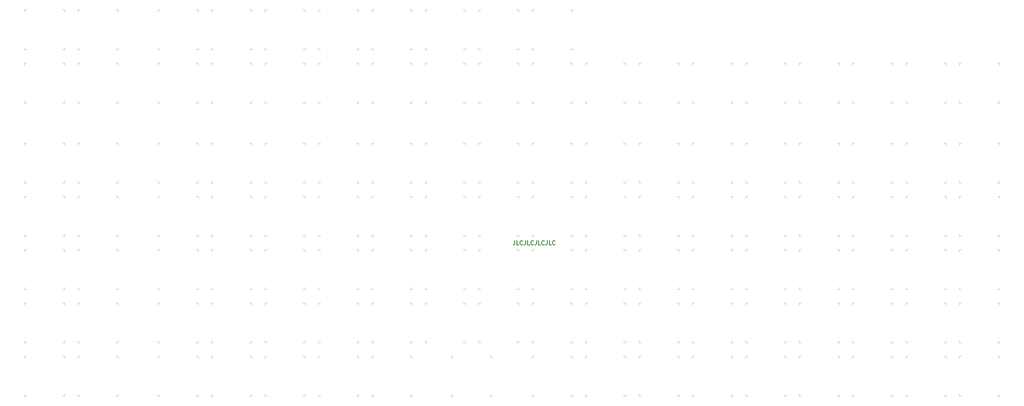
<source format=gbr>
%TF.GenerationSoftware,KiCad,Pcbnew,(6.0.0)*%
%TF.CreationDate,2022-04-29T20:19:50-04:00*%
%TF.ProjectId,TwoTailed,54776f54-6169-46c6-9564-2e6b69636164,rev?*%
%TF.SameCoordinates,Original*%
%TF.FileFunction,Legend,Top*%
%TF.FilePolarity,Positive*%
%FSLAX46Y46*%
G04 Gerber Fmt 4.6, Leading zero omitted, Abs format (unit mm)*
G04 Created by KiCad (PCBNEW (6.0.0)) date 2022-04-29 20:19:50*
%MOMM*%
%LPD*%
G01*
G04 APERTURE LIST*
%ADD10C,0.300000*%
%ADD11C,0.120000*%
G04 APERTURE END LIST*
D10*
X211352678Y-151578571D02*
X211352678Y-152650000D01*
X211281250Y-152864285D01*
X211138392Y-153007142D01*
X210924107Y-153078571D01*
X210781250Y-153078571D01*
X212781250Y-153078571D02*
X212066964Y-153078571D01*
X212066964Y-151578571D01*
X214138392Y-152935714D02*
X214066964Y-153007142D01*
X213852678Y-153078571D01*
X213709821Y-153078571D01*
X213495535Y-153007142D01*
X213352678Y-152864285D01*
X213281250Y-152721428D01*
X213209821Y-152435714D01*
X213209821Y-152221428D01*
X213281250Y-151935714D01*
X213352678Y-151792857D01*
X213495535Y-151650000D01*
X213709821Y-151578571D01*
X213852678Y-151578571D01*
X214066964Y-151650000D01*
X214138392Y-151721428D01*
X215209821Y-151578571D02*
X215209821Y-152650000D01*
X215138392Y-152864285D01*
X214995535Y-153007142D01*
X214781250Y-153078571D01*
X214638392Y-153078571D01*
X216638392Y-153078571D02*
X215924107Y-153078571D01*
X215924107Y-151578571D01*
X217995535Y-152935714D02*
X217924107Y-153007142D01*
X217709821Y-153078571D01*
X217566964Y-153078571D01*
X217352678Y-153007142D01*
X217209821Y-152864285D01*
X217138392Y-152721428D01*
X217066964Y-152435714D01*
X217066964Y-152221428D01*
X217138392Y-151935714D01*
X217209821Y-151792857D01*
X217352678Y-151650000D01*
X217566964Y-151578571D01*
X217709821Y-151578571D01*
X217924107Y-151650000D01*
X217995535Y-151721428D01*
X219066964Y-151578571D02*
X219066964Y-152650000D01*
X218995535Y-152864285D01*
X218852678Y-153007142D01*
X218638392Y-153078571D01*
X218495535Y-153078571D01*
X220495535Y-153078571D02*
X219781250Y-153078571D01*
X219781250Y-151578571D01*
X221852678Y-152935714D02*
X221781250Y-153007142D01*
X221566964Y-153078571D01*
X221424107Y-153078571D01*
X221209821Y-153007142D01*
X221066964Y-152864285D01*
X220995535Y-152721428D01*
X220924107Y-152435714D01*
X220924107Y-152221428D01*
X220995535Y-151935714D01*
X221066964Y-151792857D01*
X221209821Y-151650000D01*
X221424107Y-151578571D01*
X221566964Y-151578571D01*
X221781250Y-151650000D01*
X221852678Y-151721428D01*
X222924107Y-151578571D02*
X222924107Y-152650000D01*
X222852678Y-152864285D01*
X222709821Y-153007142D01*
X222495535Y-153078571D01*
X222352678Y-153078571D01*
X224352678Y-153078571D02*
X223638392Y-153078571D01*
X223638392Y-151578571D01*
X225709821Y-152935714D02*
X225638392Y-153007142D01*
X225424107Y-153078571D01*
X225281250Y-153078571D01*
X225066964Y-153007142D01*
X224924107Y-152864285D01*
X224852678Y-152721428D01*
X224781250Y-152435714D01*
X224781250Y-152221428D01*
X224852678Y-151935714D01*
X224924107Y-151792857D01*
X225066964Y-151650000D01*
X225281250Y-151578571D01*
X225424107Y-151578571D01*
X225638392Y-151650000D01*
X225709821Y-151721428D01*
D11*
%TO.C,K22*%
X255587950Y-102393300D02*
X256381650Y-102393300D01*
X255587950Y-101599600D02*
X255587950Y-102393300D01*
X269874550Y-101599600D02*
X269874550Y-102393300D01*
X269874550Y-88106700D02*
X269874550Y-88900400D01*
X255587950Y-88900400D02*
X255587950Y-88106700D01*
X269080850Y-88106700D02*
X269874550Y-88106700D01*
X255587950Y-88106700D02*
X256381650Y-88106700D01*
X269874550Y-102393300D02*
X269080850Y-102393300D01*
%TO.C,K66*%
X55562950Y-169068300D02*
X56356650Y-169068300D01*
X69849550Y-169068300D02*
X69055850Y-169068300D01*
X55562950Y-154781700D02*
X56356650Y-154781700D01*
X69055850Y-154781700D02*
X69849550Y-154781700D01*
X69849550Y-168274600D02*
X69849550Y-169068300D01*
X55562950Y-168274600D02*
X55562950Y-169068300D01*
X69849550Y-154781700D02*
X69849550Y-155575400D01*
X55562950Y-155575400D02*
X55562950Y-154781700D01*
%TO.C,K116*%
X365124550Y-192881700D02*
X365124550Y-193675400D01*
X365124550Y-207168300D02*
X364330850Y-207168300D01*
X365124550Y-206374600D02*
X365124550Y-207168300D01*
X350837950Y-193675400D02*
X350837950Y-192881700D01*
X350837950Y-192881700D02*
X351631650Y-192881700D01*
X350837950Y-207168300D02*
X351631650Y-207168300D01*
X350837950Y-206374600D02*
X350837950Y-207168300D01*
X364330850Y-192881700D02*
X365124550Y-192881700D01*
%TO.C,K57*%
X250824550Y-150018300D02*
X250030850Y-150018300D01*
X250030850Y-135731700D02*
X250824550Y-135731700D01*
X236537950Y-135731700D02*
X237331650Y-135731700D01*
X236537950Y-149224600D02*
X236537950Y-150018300D01*
X236537950Y-136525400D02*
X236537950Y-135731700D01*
X250824550Y-135731700D02*
X250824550Y-136525400D01*
X236537950Y-150018300D02*
X237331650Y-150018300D01*
X250824550Y-149224600D02*
X250824550Y-150018300D01*
%TO.C,K87*%
X122237950Y-174625400D02*
X122237950Y-173831700D01*
X122237950Y-187324600D02*
X122237950Y-188118300D01*
X122237950Y-173831700D02*
X123031650Y-173831700D01*
X135730850Y-173831700D02*
X136524550Y-173831700D01*
X136524550Y-187324600D02*
X136524550Y-188118300D01*
X136524550Y-173831700D02*
X136524550Y-174625400D01*
X136524550Y-188118300D02*
X135730850Y-188118300D01*
X122237950Y-188118300D02*
X123031650Y-188118300D01*
%TO.C,K93*%
X250824550Y-187324600D02*
X250824550Y-188118300D01*
X250824550Y-188118300D02*
X250030850Y-188118300D01*
X236537950Y-173831700D02*
X237331650Y-173831700D01*
X236537950Y-187324600D02*
X236537950Y-188118300D01*
X250030850Y-173831700D02*
X250824550Y-173831700D01*
X236537950Y-188118300D02*
X237331650Y-188118300D01*
X250824550Y-173831700D02*
X250824550Y-174625400D01*
X236537950Y-174625400D02*
X236537950Y-173831700D01*
%TO.C,K10*%
X230980850Y-69056700D02*
X231774550Y-69056700D01*
X217487950Y-69850400D02*
X217487950Y-69056700D01*
X231774550Y-69056700D02*
X231774550Y-69850400D01*
X217487950Y-82549600D02*
X217487950Y-83343300D01*
X217487950Y-83343300D02*
X218281650Y-83343300D01*
X217487950Y-69056700D02*
X218281650Y-69056700D01*
X231774550Y-82549600D02*
X231774550Y-83343300D01*
X231774550Y-83343300D02*
X230980850Y-83343300D01*
%TO.C,K86*%
X103187950Y-188118300D02*
X103981650Y-188118300D01*
X103187950Y-173831700D02*
X103981650Y-173831700D01*
X116680850Y-173831700D02*
X117474550Y-173831700D01*
X117474550Y-173831700D02*
X117474550Y-174625400D01*
X103187950Y-174625400D02*
X103187950Y-173831700D01*
X103187950Y-187324600D02*
X103187950Y-188118300D01*
X117474550Y-188118300D02*
X116680850Y-188118300D01*
X117474550Y-187324600D02*
X117474550Y-188118300D01*
%TO.C,K13*%
X98329300Y-101599600D02*
X98329300Y-102393300D01*
X84042700Y-101599600D02*
X84042700Y-102393300D01*
X98329300Y-88106700D02*
X98329300Y-88900400D01*
X84042700Y-88900400D02*
X84042700Y-88106700D01*
X84042700Y-88106700D02*
X84836400Y-88106700D01*
X98329300Y-102393300D02*
X97535600Y-102393300D01*
X97535600Y-88106700D02*
X98329300Y-88106700D01*
X84042700Y-102393300D02*
X84836400Y-102393300D01*
%TO.C,K94*%
X255587950Y-187324600D02*
X255587950Y-188118300D01*
X255587950Y-188118300D02*
X256381650Y-188118300D01*
X269874550Y-173831700D02*
X269874550Y-174625400D01*
X269874550Y-188118300D02*
X269080850Y-188118300D01*
X255587950Y-173831700D02*
X256381650Y-173831700D01*
X255587950Y-174625400D02*
X255587950Y-173831700D01*
X269874550Y-187324600D02*
X269874550Y-188118300D01*
X269080850Y-173831700D02*
X269874550Y-173831700D01*
%TO.C,K110*%
X236537950Y-193675400D02*
X236537950Y-192881700D01*
X236537950Y-192881700D02*
X237331650Y-192881700D01*
X250824550Y-207168300D02*
X250030850Y-207168300D01*
X236537950Y-207168300D02*
X237331650Y-207168300D01*
X250824550Y-206374600D02*
X250824550Y-207168300D01*
X250824550Y-192881700D02*
X250824550Y-193675400D01*
X236537950Y-206374600D02*
X236537950Y-207168300D01*
X250030850Y-192881700D02*
X250824550Y-192881700D01*
%TO.C,K60*%
X307180850Y-135731700D02*
X307974550Y-135731700D01*
X293687950Y-149224600D02*
X293687950Y-150018300D01*
X307974550Y-150018300D02*
X307180850Y-150018300D01*
X293687950Y-150018300D02*
X294481650Y-150018300D01*
X307974550Y-135731700D02*
X307974550Y-136525400D01*
X293687950Y-136525400D02*
X293687950Y-135731700D01*
X307974550Y-149224600D02*
X307974550Y-150018300D01*
X293687950Y-135731700D02*
X294481650Y-135731700D01*
%TO.C,K65*%
X50799550Y-169068300D02*
X50005850Y-169068300D01*
X36512950Y-155575400D02*
X36512950Y-154781700D01*
X50005850Y-154781700D02*
X50799550Y-154781700D01*
X50799550Y-154781700D02*
X50799550Y-155575400D01*
X36512950Y-169068300D02*
X37306650Y-169068300D01*
X36512950Y-154781700D02*
X37306650Y-154781700D01*
X36512950Y-168274600D02*
X36512950Y-169068300D01*
X50799550Y-168274600D02*
X50799550Y-169068300D01*
%TO.C,K101*%
X50799550Y-206374600D02*
X50799550Y-207168300D01*
X50799550Y-207168300D02*
X50005850Y-207168300D01*
X50005850Y-192881700D02*
X50799550Y-192881700D01*
X50799550Y-192881700D02*
X50799550Y-193675400D01*
X36512950Y-206374600D02*
X36512950Y-207168300D01*
X36512950Y-193675400D02*
X36512950Y-192881700D01*
X36512950Y-207168300D02*
X37306650Y-207168300D01*
X36512950Y-192881700D02*
X37306650Y-192881700D01*
%TO.C,K100*%
X369887950Y-187324600D02*
X369887950Y-188118300D01*
X369887950Y-173831700D02*
X370681650Y-173831700D01*
X384174550Y-173831700D02*
X384174550Y-174625400D01*
X384174550Y-187324600D02*
X384174550Y-188118300D01*
X384174550Y-188118300D02*
X383380850Y-188118300D01*
X383380850Y-173831700D02*
X384174550Y-173831700D01*
X369887950Y-174625400D02*
X369887950Y-173831700D01*
X369887950Y-188118300D02*
X370681650Y-188118300D01*
%TO.C,K88*%
X155574550Y-173831700D02*
X155574550Y-174625400D01*
X141287950Y-187324600D02*
X141287950Y-188118300D01*
X141287950Y-188118300D02*
X142081650Y-188118300D01*
X141287950Y-174625400D02*
X141287950Y-173831700D01*
X141287950Y-173831700D02*
X142081650Y-173831700D01*
X154780850Y-173831700D02*
X155574550Y-173831700D01*
X155574550Y-188118300D02*
X154780850Y-188118300D01*
X155574550Y-187324600D02*
X155574550Y-188118300D01*
%TO.C,K1*%
X36512950Y-82549600D02*
X36512950Y-83343300D01*
X50799550Y-82549600D02*
X50799550Y-83343300D01*
X50005850Y-69056700D02*
X50799550Y-69056700D01*
X36512950Y-69850400D02*
X36512950Y-69056700D01*
X50799550Y-69056700D02*
X50799550Y-69850400D01*
X36512950Y-83343300D02*
X37306650Y-83343300D01*
X36512950Y-69056700D02*
X37306650Y-69056700D01*
X50799550Y-83343300D02*
X50005850Y-83343300D01*
%TO.C,K111*%
X255587950Y-192881700D02*
X256381650Y-192881700D01*
X269874550Y-207168300D02*
X269080850Y-207168300D01*
X269874550Y-206374600D02*
X269874550Y-207168300D01*
X255587950Y-206374600D02*
X255587950Y-207168300D01*
X255587950Y-207168300D02*
X256381650Y-207168300D01*
X255587950Y-193675400D02*
X255587950Y-192881700D01*
X269874550Y-192881700D02*
X269874550Y-193675400D01*
X269080850Y-192881700D02*
X269874550Y-192881700D01*
%TO.C,K48*%
X55562950Y-135731700D02*
X56356650Y-135731700D01*
X55562950Y-149224600D02*
X55562950Y-150018300D01*
X55562950Y-150018300D02*
X56356650Y-150018300D01*
X69849550Y-150018300D02*
X69055850Y-150018300D01*
X69849550Y-135731700D02*
X69849550Y-136525400D01*
X55562950Y-136525400D02*
X55562950Y-135731700D01*
X69849550Y-149224600D02*
X69849550Y-150018300D01*
X69055850Y-135731700D02*
X69849550Y-135731700D01*
%TO.C,K59*%
X274637950Y-135731700D02*
X275431650Y-135731700D01*
X274637950Y-150018300D02*
X275431650Y-150018300D01*
X288924550Y-135731700D02*
X288924550Y-136525400D01*
X288130850Y-135731700D02*
X288924550Y-135731700D01*
X288924550Y-149224600D02*
X288924550Y-150018300D01*
X274637950Y-136525400D02*
X274637950Y-135731700D01*
X288924550Y-150018300D02*
X288130850Y-150018300D01*
X274637950Y-149224600D02*
X274637950Y-150018300D01*
%TO.C,K79*%
X312737950Y-168274600D02*
X312737950Y-169068300D01*
X327024550Y-168274600D02*
X327024550Y-169068300D01*
X327024550Y-154781700D02*
X327024550Y-155575400D01*
X312737950Y-169068300D02*
X313531650Y-169068300D01*
X327024550Y-169068300D02*
X326230850Y-169068300D01*
X312737950Y-154781700D02*
X313531650Y-154781700D01*
X326230850Y-154781700D02*
X327024550Y-154781700D01*
X312737950Y-155575400D02*
X312737950Y-154781700D01*
%TO.C,K39*%
X250824550Y-116681700D02*
X250824550Y-117475400D01*
X236537950Y-117475400D02*
X236537950Y-116681700D01*
X250824550Y-130174600D02*
X250824550Y-130968300D01*
X236537950Y-130174600D02*
X236537950Y-130968300D01*
X250824550Y-130968300D02*
X250030850Y-130968300D01*
X236537950Y-130968300D02*
X237331650Y-130968300D01*
X250030850Y-116681700D02*
X250824550Y-116681700D01*
X236537950Y-116681700D02*
X237331650Y-116681700D01*
%TO.C,K102*%
X55562950Y-192881700D02*
X56356650Y-192881700D01*
X69849550Y-206374600D02*
X69849550Y-207168300D01*
X55562950Y-193675400D02*
X55562950Y-192881700D01*
X69849550Y-207168300D02*
X69055850Y-207168300D01*
X55562950Y-207168300D02*
X56356650Y-207168300D01*
X69849550Y-192881700D02*
X69849550Y-193675400D01*
X69055850Y-192881700D02*
X69849550Y-192881700D01*
X55562950Y-206374600D02*
X55562950Y-207168300D01*
%TO.C,K64*%
X369887950Y-136525400D02*
X369887950Y-135731700D01*
X369887950Y-135731700D02*
X370681650Y-135731700D01*
X369887950Y-149224600D02*
X369887950Y-150018300D01*
X369887950Y-150018300D02*
X370681650Y-150018300D01*
X384174550Y-135731700D02*
X384174550Y-136525400D01*
X384174550Y-149224600D02*
X384174550Y-150018300D01*
X384174550Y-150018300D02*
X383380850Y-150018300D01*
X383380850Y-135731700D02*
X384174550Y-135731700D01*
%TO.C,K56*%
X217487950Y-150018300D02*
X218281650Y-150018300D01*
X231774550Y-150018300D02*
X230980850Y-150018300D01*
X230980850Y-135731700D02*
X231774550Y-135731700D01*
X231774550Y-149224600D02*
X231774550Y-150018300D01*
X217487950Y-136525400D02*
X217487950Y-135731700D01*
X231774550Y-135731700D02*
X231774550Y-136525400D01*
X217487950Y-149224600D02*
X217487950Y-150018300D01*
X217487950Y-135731700D02*
X218281650Y-135731700D01*
%TO.C,K55*%
X211930850Y-135731700D02*
X212724550Y-135731700D01*
X198437950Y-149224600D02*
X198437950Y-150018300D01*
X212724550Y-149224600D02*
X212724550Y-150018300D01*
X198437950Y-136525400D02*
X198437950Y-135731700D01*
X198437950Y-135731700D02*
X199231650Y-135731700D01*
X198437950Y-150018300D02*
X199231650Y-150018300D01*
X212724550Y-135731700D02*
X212724550Y-136525400D01*
X212724550Y-150018300D02*
X211930850Y-150018300D01*
%TO.C,K98*%
X346074550Y-187324600D02*
X346074550Y-188118300D01*
X331787950Y-187324600D02*
X331787950Y-188118300D01*
X345280850Y-173831700D02*
X346074550Y-173831700D01*
X331787950Y-188118300D02*
X332581650Y-188118300D01*
X331787950Y-174625400D02*
X331787950Y-173831700D01*
X346074550Y-188118300D02*
X345280850Y-188118300D01*
X346074550Y-173831700D02*
X346074550Y-174625400D01*
X331787950Y-173831700D02*
X332581650Y-173831700D01*
%TO.C,K58*%
X255587950Y-150018300D02*
X256381650Y-150018300D01*
X255587950Y-149224600D02*
X255587950Y-150018300D01*
X269874550Y-150018300D02*
X269080850Y-150018300D01*
X269874550Y-135731700D02*
X269874550Y-136525400D01*
X255587950Y-135731700D02*
X256381650Y-135731700D01*
X269080850Y-135731700D02*
X269874550Y-135731700D01*
X269874550Y-149224600D02*
X269874550Y-150018300D01*
X255587950Y-136525400D02*
X255587950Y-135731700D01*
%TO.C,K95*%
X288924550Y-188118300D02*
X288130850Y-188118300D01*
X274637950Y-173831700D02*
X275431650Y-173831700D01*
X274637950Y-174625400D02*
X274637950Y-173831700D01*
X288130850Y-173831700D02*
X288924550Y-173831700D01*
X274637950Y-188118300D02*
X275431650Y-188118300D01*
X288924550Y-173831700D02*
X288924550Y-174625400D01*
X274637950Y-187324600D02*
X274637950Y-188118300D01*
X288924550Y-187324600D02*
X288924550Y-188118300D01*
%TO.C,K49*%
X97630850Y-135731700D02*
X98424550Y-135731700D01*
X84137950Y-136525400D02*
X84137950Y-135731700D01*
X98424550Y-149224600D02*
X98424550Y-150018300D01*
X84137950Y-149224600D02*
X84137950Y-150018300D01*
X98424550Y-135731700D02*
X98424550Y-136525400D01*
X84137950Y-150018300D02*
X84931650Y-150018300D01*
X84137950Y-135731700D02*
X84931650Y-135731700D01*
X98424550Y-150018300D02*
X97630850Y-150018300D01*
%TO.C,K106*%
X141287950Y-207168300D02*
X142081650Y-207168300D01*
X155574550Y-206374600D02*
X155574550Y-207168300D01*
X154780850Y-192881700D02*
X155574550Y-192881700D01*
X155574550Y-207168300D02*
X154780850Y-207168300D01*
X141287950Y-192881700D02*
X142081650Y-192881700D01*
X155574550Y-192881700D02*
X155574550Y-193675400D01*
X141287950Y-206374600D02*
X141287950Y-207168300D01*
X141287950Y-193675400D02*
X141287950Y-192881700D01*
%TO.C,K103*%
X84137950Y-192881700D02*
X84931650Y-192881700D01*
X97630850Y-192881700D02*
X98424550Y-192881700D01*
X84137950Y-193675400D02*
X84137950Y-192881700D01*
X84137950Y-206374600D02*
X84137950Y-207168300D01*
X98424550Y-192881700D02*
X98424550Y-193675400D01*
X98424550Y-206374600D02*
X98424550Y-207168300D01*
X84137950Y-207168300D02*
X84931650Y-207168300D01*
X98424550Y-207168300D02*
X97630850Y-207168300D01*
%TO.C,K90*%
X193674550Y-173831700D02*
X193674550Y-174625400D01*
X179387950Y-173831700D02*
X180181650Y-173831700D01*
X179387950Y-187324600D02*
X179387950Y-188118300D01*
X179387950Y-174625400D02*
X179387950Y-173831700D01*
X179387950Y-188118300D02*
X180181650Y-188118300D01*
X193674550Y-187324600D02*
X193674550Y-188118300D01*
X193674550Y-188118300D02*
X192880850Y-188118300D01*
X192880850Y-173831700D02*
X193674550Y-173831700D01*
%TO.C,K105*%
X122237950Y-207168300D02*
X123031650Y-207168300D01*
X136524550Y-192881700D02*
X136524550Y-193675400D01*
X122237950Y-193675400D02*
X122237950Y-192881700D01*
X136524550Y-207168300D02*
X135730850Y-207168300D01*
X136524550Y-206374600D02*
X136524550Y-207168300D01*
X122237950Y-206374600D02*
X122237950Y-207168300D01*
X122237950Y-192881700D02*
X123031650Y-192881700D01*
X135730850Y-192881700D02*
X136524550Y-192881700D01*
%TO.C,K68*%
X103187950Y-155575400D02*
X103187950Y-154781700D01*
X103187950Y-168274600D02*
X103187950Y-169068300D01*
X116680850Y-154781700D02*
X117474550Y-154781700D01*
X117474550Y-168274600D02*
X117474550Y-169068300D01*
X117474550Y-169068300D02*
X116680850Y-169068300D01*
X117474550Y-154781700D02*
X117474550Y-155575400D01*
X103187950Y-169068300D02*
X103981650Y-169068300D01*
X103187950Y-154781700D02*
X103981650Y-154781700D01*
%TO.C,K73*%
X198437950Y-169068300D02*
X199231650Y-169068300D01*
X198437950Y-154781700D02*
X199231650Y-154781700D01*
X212724550Y-168274600D02*
X212724550Y-169068300D01*
X211930850Y-154781700D02*
X212724550Y-154781700D01*
X198437950Y-168274600D02*
X198437950Y-169068300D01*
X198437950Y-155575400D02*
X198437950Y-154781700D01*
X212724550Y-169068300D02*
X211930850Y-169068300D01*
X212724550Y-154781700D02*
X212724550Y-155575400D01*
%TO.C,K45*%
X365124550Y-130968300D02*
X364330850Y-130968300D01*
X350837950Y-117475400D02*
X350837950Y-116681700D01*
X364330850Y-116681700D02*
X365124550Y-116681700D01*
X350837950Y-130174600D02*
X350837950Y-130968300D01*
X350837950Y-116681700D02*
X351631650Y-116681700D01*
X365124550Y-116681700D02*
X365124550Y-117475400D01*
X365124550Y-130174600D02*
X365124550Y-130968300D01*
X350837950Y-130968300D02*
X351631650Y-130968300D01*
%TO.C,K17*%
X174624550Y-101599600D02*
X174624550Y-102393300D01*
X160337950Y-101599600D02*
X160337950Y-102393300D01*
X160337950Y-88106700D02*
X161131650Y-88106700D01*
X173830850Y-88106700D02*
X174624550Y-88106700D01*
X174624550Y-88106700D02*
X174624550Y-88900400D01*
X160337950Y-88900400D02*
X160337950Y-88106700D01*
X174624550Y-102393300D02*
X173830850Y-102393300D01*
X160337950Y-102393300D02*
X161131650Y-102393300D01*
%TO.C,K33*%
X122237950Y-116681700D02*
X123031650Y-116681700D01*
X122237950Y-117475400D02*
X122237950Y-116681700D01*
X122237950Y-130968300D02*
X123031650Y-130968300D01*
X136524550Y-130968300D02*
X135730850Y-130968300D01*
X135730850Y-116681700D02*
X136524550Y-116681700D01*
X136524550Y-130174600D02*
X136524550Y-130968300D01*
X122237950Y-130174600D02*
X122237950Y-130968300D01*
X136524550Y-116681700D02*
X136524550Y-117475400D01*
%TO.C,K15*%
X122237950Y-102393300D02*
X123031650Y-102393300D01*
X122237950Y-88900400D02*
X122237950Y-88106700D01*
X136524550Y-88106700D02*
X136524550Y-88900400D01*
X136524550Y-102393300D02*
X135730850Y-102393300D01*
X136524550Y-101599600D02*
X136524550Y-102393300D01*
X135730850Y-88106700D02*
X136524550Y-88106700D01*
X122237950Y-88106700D02*
X123031650Y-88106700D01*
X122237950Y-101599600D02*
X122237950Y-102393300D01*
%TO.C,K91*%
X212724550Y-173831700D02*
X212724550Y-174625400D01*
X198437950Y-188118300D02*
X199231650Y-188118300D01*
X211930850Y-173831700D02*
X212724550Y-173831700D01*
X198437950Y-187324600D02*
X198437950Y-188118300D01*
X198437950Y-173831700D02*
X199231650Y-173831700D01*
X212724550Y-188118300D02*
X211930850Y-188118300D01*
X198437950Y-174625400D02*
X198437950Y-173831700D01*
X212724550Y-187324600D02*
X212724550Y-188118300D01*
%TO.C,K74*%
X231774550Y-168274600D02*
X231774550Y-169068300D01*
X230980850Y-154781700D02*
X231774550Y-154781700D01*
X231774550Y-169068300D02*
X230980850Y-169068300D01*
X217487950Y-155575400D02*
X217487950Y-154781700D01*
X217487950Y-154781700D02*
X218281650Y-154781700D01*
X217487950Y-169068300D02*
X218281650Y-169068300D01*
X231774550Y-154781700D02*
X231774550Y-155575400D01*
X217487950Y-168274600D02*
X217487950Y-169068300D01*
%TO.C,K21*%
X236537950Y-101599600D02*
X236537950Y-102393300D01*
X250824550Y-101599600D02*
X250824550Y-102393300D01*
X236537950Y-88900400D02*
X236537950Y-88106700D01*
X250824550Y-102393300D02*
X250030850Y-102393300D01*
X250030850Y-88106700D02*
X250824550Y-88106700D01*
X250824550Y-88106700D02*
X250824550Y-88900400D01*
X236537950Y-88106700D02*
X237331650Y-88106700D01*
X236537950Y-102393300D02*
X237331650Y-102393300D01*
%TO.C,K117*%
X384174550Y-192881700D02*
X384174550Y-193675400D01*
X384174550Y-207168300D02*
X383380850Y-207168300D01*
X369887950Y-206374600D02*
X369887950Y-207168300D01*
X369887950Y-192881700D02*
X370681650Y-192881700D01*
X383380850Y-192881700D02*
X384174550Y-192881700D01*
X369887950Y-207168300D02*
X370681650Y-207168300D01*
X369887950Y-193675400D02*
X369887950Y-192881700D01*
X384174550Y-206374600D02*
X384174550Y-207168300D01*
%TO.C,K8*%
X179387950Y-83343300D02*
X180181650Y-83343300D01*
X179387950Y-69056700D02*
X180181650Y-69056700D01*
X192880850Y-69056700D02*
X193674550Y-69056700D01*
X193674550Y-82549600D02*
X193674550Y-83343300D01*
X193674550Y-83343300D02*
X192880850Y-83343300D01*
X193674550Y-69056700D02*
X193674550Y-69850400D01*
X179387950Y-82549600D02*
X179387950Y-83343300D01*
X179387950Y-69850400D02*
X179387950Y-69056700D01*
%TO.C,K80*%
X331787950Y-169068300D02*
X332581650Y-169068300D01*
X346074550Y-154781700D02*
X346074550Y-155575400D01*
X346074550Y-169068300D02*
X345280850Y-169068300D01*
X331787950Y-155575400D02*
X331787950Y-154781700D01*
X346074550Y-168274600D02*
X346074550Y-169068300D01*
X331787950Y-168274600D02*
X331787950Y-169068300D01*
X345280850Y-154781700D02*
X346074550Y-154781700D01*
X331787950Y-154781700D02*
X332581650Y-154781700D01*
%TO.C,K16*%
X154780850Y-88106700D02*
X155574550Y-88106700D01*
X155574550Y-88106700D02*
X155574550Y-88900400D01*
X155574550Y-101599600D02*
X155574550Y-102393300D01*
X141287950Y-88900400D02*
X141287950Y-88106700D01*
X141287950Y-101599600D02*
X141287950Y-102393300D01*
X141287950Y-88106700D02*
X142081650Y-88106700D01*
X141287950Y-102393300D02*
X142081650Y-102393300D01*
X155574550Y-102393300D02*
X154780850Y-102393300D01*
%TO.C,K2*%
X69055850Y-69056700D02*
X69849550Y-69056700D01*
X55562950Y-83343300D02*
X56356650Y-83343300D01*
X69849550Y-82549600D02*
X69849550Y-83343300D01*
X55562950Y-69850400D02*
X55562950Y-69056700D01*
X69849550Y-69056700D02*
X69849550Y-69850400D01*
X55562950Y-82549600D02*
X55562950Y-83343300D01*
X55562950Y-69056700D02*
X56356650Y-69056700D01*
X69849550Y-83343300D02*
X69055850Y-83343300D01*
%TO.C,K40*%
X255587950Y-117475400D02*
X255587950Y-116681700D01*
X255587950Y-130174600D02*
X255587950Y-130968300D01*
X269080850Y-116681700D02*
X269874550Y-116681700D01*
X269874550Y-130174600D02*
X269874550Y-130968300D01*
X269874550Y-116681700D02*
X269874550Y-117475400D01*
X269874550Y-130968300D02*
X269080850Y-130968300D01*
X255587950Y-130968300D02*
X256381650Y-130968300D01*
X255587950Y-116681700D02*
X256381650Y-116681700D01*
%TO.C,K76*%
X255587950Y-169068300D02*
X256381650Y-169068300D01*
X269874550Y-154781700D02*
X269874550Y-155575400D01*
X255587950Y-168274600D02*
X255587950Y-169068300D01*
X255587950Y-155575400D02*
X255587950Y-154781700D01*
X269874550Y-169068300D02*
X269080850Y-169068300D01*
X269874550Y-168274600D02*
X269874550Y-169068300D01*
X269080850Y-154781700D02*
X269874550Y-154781700D01*
X255587950Y-154781700D02*
X256381650Y-154781700D01*
%TO.C,K104*%
X117474550Y-206374600D02*
X117474550Y-207168300D01*
X117474550Y-207168300D02*
X116680850Y-207168300D01*
X103187950Y-192881700D02*
X103981650Y-192881700D01*
X116680850Y-192881700D02*
X117474550Y-192881700D01*
X103187950Y-193675400D02*
X103187950Y-192881700D01*
X103187950Y-207168300D02*
X103981650Y-207168300D01*
X103187950Y-206374600D02*
X103187950Y-207168300D01*
X117474550Y-192881700D02*
X117474550Y-193675400D01*
%TO.C,K114*%
X327024550Y-192881700D02*
X327024550Y-193675400D01*
X312737950Y-192881700D02*
X313531650Y-192881700D01*
X326230850Y-192881700D02*
X327024550Y-192881700D01*
X327024550Y-207168300D02*
X326230850Y-207168300D01*
X312737950Y-193675400D02*
X312737950Y-192881700D01*
X312737950Y-207168300D02*
X313531650Y-207168300D01*
X312737950Y-206374600D02*
X312737950Y-207168300D01*
X327024550Y-206374600D02*
X327024550Y-207168300D01*
%TO.C,K42*%
X293687950Y-116681700D02*
X294481650Y-116681700D01*
X293687950Y-130174600D02*
X293687950Y-130968300D01*
X293687950Y-130968300D02*
X294481650Y-130968300D01*
X307974550Y-130174600D02*
X307974550Y-130968300D01*
X307974550Y-116681700D02*
X307974550Y-117475400D01*
X307180850Y-116681700D02*
X307974550Y-116681700D01*
X293687950Y-117475400D02*
X293687950Y-116681700D01*
X307974550Y-130968300D02*
X307180850Y-130968300D01*
%TO.C,K63*%
X350837950Y-135731700D02*
X351631650Y-135731700D01*
X350837950Y-136525400D02*
X350837950Y-135731700D01*
X350837950Y-149224600D02*
X350837950Y-150018300D01*
X350837950Y-150018300D02*
X351631650Y-150018300D01*
X365124550Y-150018300D02*
X364330850Y-150018300D01*
X364330850Y-135731700D02*
X365124550Y-135731700D01*
X365124550Y-149224600D02*
X365124550Y-150018300D01*
X365124550Y-135731700D02*
X365124550Y-136525400D01*
%TO.C,K32*%
X103187950Y-117475400D02*
X103187950Y-116681700D01*
X117474550Y-130968300D02*
X116680850Y-130968300D01*
X117474550Y-130174600D02*
X117474550Y-130968300D01*
X103187950Y-130174600D02*
X103187950Y-130968300D01*
X103187950Y-130968300D02*
X103981650Y-130968300D01*
X116680850Y-116681700D02*
X117474550Y-116681700D01*
X117474550Y-116681700D02*
X117474550Y-117475400D01*
X103187950Y-116681700D02*
X103981650Y-116681700D01*
%TO.C,K61*%
X312737950Y-136525400D02*
X312737950Y-135731700D01*
X327024550Y-150018300D02*
X326230850Y-150018300D01*
X312737950Y-150018300D02*
X313531650Y-150018300D01*
X312737950Y-135731700D02*
X313531650Y-135731700D01*
X312737950Y-149224600D02*
X312737950Y-150018300D01*
X327024550Y-135731700D02*
X327024550Y-136525400D01*
X326230850Y-135731700D02*
X327024550Y-135731700D01*
X327024550Y-149224600D02*
X327024550Y-150018300D01*
%TO.C,K72*%
X179387950Y-169068300D02*
X180181650Y-169068300D01*
X193674550Y-154781700D02*
X193674550Y-155575400D01*
X179387950Y-154781700D02*
X180181650Y-154781700D01*
X179387950Y-155575400D02*
X179387950Y-154781700D01*
X192880850Y-154781700D02*
X193674550Y-154781700D01*
X179387950Y-168274600D02*
X179387950Y-169068300D01*
X193674550Y-168274600D02*
X193674550Y-169068300D01*
X193674550Y-169068300D02*
X192880850Y-169068300D01*
%TO.C,K75*%
X250030850Y-154781700D02*
X250824550Y-154781700D01*
X236537950Y-169068300D02*
X237331650Y-169068300D01*
X250824550Y-168274600D02*
X250824550Y-169068300D01*
X250824550Y-169068300D02*
X250030850Y-169068300D01*
X250824550Y-154781700D02*
X250824550Y-155575400D01*
X236537950Y-168274600D02*
X236537950Y-169068300D01*
X236537950Y-154781700D02*
X237331650Y-154781700D01*
X236537950Y-155575400D02*
X236537950Y-154781700D01*
%TO.C,K107*%
X174624550Y-207168300D02*
X173830850Y-207168300D01*
X160337950Y-192881700D02*
X161131650Y-192881700D01*
X173830850Y-192881700D02*
X174624550Y-192881700D01*
X160337950Y-207168300D02*
X161131650Y-207168300D01*
X174624550Y-192881700D02*
X174624550Y-193675400D01*
X160337950Y-206374600D02*
X160337950Y-207168300D01*
X174624550Y-206374600D02*
X174624550Y-207168300D01*
X160337950Y-193675400D02*
X160337950Y-192881700D01*
%TO.C,K38*%
X231774550Y-130174600D02*
X231774550Y-130968300D01*
X231774550Y-130968300D02*
X230980850Y-130968300D01*
X230980850Y-116681700D02*
X231774550Y-116681700D01*
X217487950Y-117475400D02*
X217487950Y-116681700D01*
X231774550Y-116681700D02*
X231774550Y-117475400D01*
X217487950Y-130968300D02*
X218281650Y-130968300D01*
X217487950Y-130174600D02*
X217487950Y-130968300D01*
X217487950Y-116681700D02*
X218281650Y-116681700D01*
%TO.C,K77*%
X274637950Y-154781700D02*
X275431650Y-154781700D01*
X274637950Y-169068300D02*
X275431650Y-169068300D01*
X274637950Y-168274600D02*
X274637950Y-169068300D01*
X288924550Y-169068300D02*
X288130850Y-169068300D01*
X288924550Y-168274600D02*
X288924550Y-169068300D01*
X274637950Y-155575400D02*
X274637950Y-154781700D01*
X288924550Y-154781700D02*
X288924550Y-155575400D01*
X288130850Y-154781700D02*
X288924550Y-154781700D01*
%TO.C,K51*%
X122237950Y-149224600D02*
X122237950Y-150018300D01*
X136524550Y-150018300D02*
X135730850Y-150018300D01*
X135730850Y-135731700D02*
X136524550Y-135731700D01*
X136524550Y-149224600D02*
X136524550Y-150018300D01*
X122237950Y-150018300D02*
X123031650Y-150018300D01*
X136524550Y-135731700D02*
X136524550Y-136525400D01*
X122237950Y-136525400D02*
X122237950Y-135731700D01*
X122237950Y-135731700D02*
X123031650Y-135731700D01*
%TO.C,K30*%
X69849550Y-116681700D02*
X69849550Y-117475400D01*
X69849550Y-130968300D02*
X69055850Y-130968300D01*
X69849550Y-130174600D02*
X69849550Y-130968300D01*
X55562950Y-116681700D02*
X56356650Y-116681700D01*
X55562950Y-130174600D02*
X55562950Y-130968300D01*
X55562950Y-117475400D02*
X55562950Y-116681700D01*
X69055850Y-116681700D02*
X69849550Y-116681700D01*
X55562950Y-130968300D02*
X56356650Y-130968300D01*
%TO.C,K70*%
X155574550Y-168274600D02*
X155574550Y-169068300D01*
X141287950Y-155575400D02*
X141287950Y-154781700D01*
X155574550Y-169068300D02*
X154780850Y-169068300D01*
X154780850Y-154781700D02*
X155574550Y-154781700D01*
X141287950Y-168274600D02*
X141287950Y-169068300D01*
X141287950Y-154781700D02*
X142081650Y-154781700D01*
X155574550Y-154781700D02*
X155574550Y-155575400D01*
X141287950Y-169068300D02*
X142081650Y-169068300D01*
%TO.C,K7*%
X174624550Y-83343300D02*
X173830850Y-83343300D01*
X174624550Y-69056700D02*
X174624550Y-69850400D01*
X174624550Y-82549600D02*
X174624550Y-83343300D01*
X160337950Y-69850400D02*
X160337950Y-69056700D01*
X160337950Y-83343300D02*
X161131650Y-83343300D01*
X160337950Y-82549600D02*
X160337950Y-83343300D01*
X173830850Y-69056700D02*
X174624550Y-69056700D01*
X160337950Y-69056700D02*
X161131650Y-69056700D01*
%TO.C,K78*%
X307180850Y-154781700D02*
X307974550Y-154781700D01*
X293687950Y-154781700D02*
X294481650Y-154781700D01*
X307974550Y-168274600D02*
X307974550Y-169068300D01*
X307974550Y-154781700D02*
X307974550Y-155575400D01*
X293687950Y-168274600D02*
X293687950Y-169068300D01*
X307974550Y-169068300D02*
X307180850Y-169068300D01*
X293687950Y-169068300D02*
X294481650Y-169068300D01*
X293687950Y-155575400D02*
X293687950Y-154781700D01*
%TO.C,K85*%
X84137950Y-188118300D02*
X84931650Y-188118300D01*
X84137950Y-173831700D02*
X84931650Y-173831700D01*
X84137950Y-187324600D02*
X84137950Y-188118300D01*
X98424550Y-188118300D02*
X97630850Y-188118300D01*
X84137950Y-174625400D02*
X84137950Y-173831700D01*
X98424550Y-173831700D02*
X98424550Y-174625400D01*
X97630850Y-173831700D02*
X98424550Y-173831700D01*
X98424550Y-187324600D02*
X98424550Y-188118300D01*
%TO.C,K14*%
X103187950Y-102393300D02*
X103981650Y-102393300D01*
X116680850Y-88106700D02*
X117474550Y-88106700D01*
X103187950Y-88900400D02*
X103187950Y-88106700D01*
X103187950Y-101599600D02*
X103187950Y-102393300D01*
X117474550Y-101599600D02*
X117474550Y-102393300D01*
X103187950Y-88106700D02*
X103981650Y-88106700D01*
X117474550Y-102393300D02*
X116680850Y-102393300D01*
X117474550Y-88106700D02*
X117474550Y-88900400D01*
%TO.C,K11*%
X50799550Y-101599600D02*
X50799550Y-102393300D01*
X36512950Y-88900400D02*
X36512950Y-88106700D01*
X50005850Y-88106700D02*
X50799550Y-88106700D01*
X36512950Y-102393300D02*
X37306650Y-102393300D01*
X36512950Y-101599600D02*
X36512950Y-102393300D01*
X50799550Y-88106700D02*
X50799550Y-88900400D01*
X36512950Y-88106700D02*
X37306650Y-88106700D01*
X50799550Y-102393300D02*
X50005850Y-102393300D01*
%TO.C,K28*%
X369887950Y-88900400D02*
X369887950Y-88106700D01*
X369887950Y-88106700D02*
X370681650Y-88106700D01*
X384174550Y-101599600D02*
X384174550Y-102393300D01*
X384174550Y-102393300D02*
X383380850Y-102393300D01*
X369887950Y-101599600D02*
X369887950Y-102393300D01*
X384174550Y-88106700D02*
X384174550Y-88900400D01*
X383380850Y-88106700D02*
X384174550Y-88106700D01*
X369887950Y-102393300D02*
X370681650Y-102393300D01*
%TO.C,K92*%
X231774550Y-187324600D02*
X231774550Y-188118300D01*
X217487950Y-173831700D02*
X218281650Y-173831700D01*
X231774550Y-188118300D02*
X230980850Y-188118300D01*
X231774550Y-173831700D02*
X231774550Y-174625400D01*
X217487950Y-187324600D02*
X217487950Y-188118300D01*
X230980850Y-173831700D02*
X231774550Y-173831700D01*
X217487950Y-174625400D02*
X217487950Y-173831700D01*
X217487950Y-188118300D02*
X218281650Y-188118300D01*
%TO.C,K52*%
X154780850Y-135731700D02*
X155574550Y-135731700D01*
X141287950Y-136525400D02*
X141287950Y-135731700D01*
X141287950Y-150018300D02*
X142081650Y-150018300D01*
X141287950Y-149224600D02*
X141287950Y-150018300D01*
X155574550Y-135731700D02*
X155574550Y-136525400D01*
X141287950Y-135731700D02*
X142081650Y-135731700D01*
X155574550Y-150018300D02*
X154780850Y-150018300D01*
X155574550Y-149224600D02*
X155574550Y-150018300D01*
%TO.C,K89*%
X174624550Y-173831700D02*
X174624550Y-174625400D01*
X160337950Y-188118300D02*
X161131650Y-188118300D01*
X160337950Y-173831700D02*
X161131650Y-173831700D01*
X174624550Y-187324600D02*
X174624550Y-188118300D01*
X160337950Y-187324600D02*
X160337950Y-188118300D01*
X174624550Y-188118300D02*
X173830850Y-188118300D01*
X173830850Y-173831700D02*
X174624550Y-173831700D01*
X160337950Y-174625400D02*
X160337950Y-173831700D01*
%TO.C,K108*%
X188754200Y-206374600D02*
X188754200Y-207168300D01*
X203040800Y-207168300D02*
X202247100Y-207168300D01*
X188754200Y-207168300D02*
X189547900Y-207168300D01*
X202247100Y-192881700D02*
X203040800Y-192881700D01*
X203040800Y-206374600D02*
X203040800Y-207168300D01*
X188754200Y-193675400D02*
X188754200Y-192881700D01*
X188754200Y-192881700D02*
X189547900Y-192881700D01*
X203040800Y-192881700D02*
X203040800Y-193675400D01*
%TO.C,K81*%
X364330850Y-154781700D02*
X365124550Y-154781700D01*
X350837950Y-168274600D02*
X350837950Y-169068300D01*
X365124550Y-154781700D02*
X365124550Y-155575400D01*
X350837950Y-155575400D02*
X350837950Y-154781700D01*
X350837950Y-169068300D02*
X351631650Y-169068300D01*
X365124550Y-169068300D02*
X364330850Y-169068300D01*
X350837950Y-154781700D02*
X351631650Y-154781700D01*
X365124550Y-168274600D02*
X365124550Y-169068300D01*
%TO.C,K27*%
X350837950Y-102393300D02*
X351631650Y-102393300D01*
X350837950Y-88106700D02*
X351631650Y-88106700D01*
X350837950Y-88900400D02*
X350837950Y-88106700D01*
X365124550Y-88106700D02*
X365124550Y-88900400D01*
X365124550Y-102393300D02*
X364330850Y-102393300D01*
X350837950Y-101599600D02*
X350837950Y-102393300D01*
X365124550Y-101599600D02*
X365124550Y-102393300D01*
X364330850Y-88106700D02*
X365124550Y-88106700D01*
%TO.C,K25*%
X327024550Y-102393300D02*
X326230850Y-102393300D01*
X327024550Y-88106700D02*
X327024550Y-88900400D01*
X326230850Y-88106700D02*
X327024550Y-88106700D01*
X312737950Y-101599600D02*
X312737950Y-102393300D01*
X327024550Y-101599600D02*
X327024550Y-102393300D01*
X312737950Y-88106700D02*
X313531650Y-88106700D01*
X312737950Y-88900400D02*
X312737950Y-88106700D01*
X312737950Y-102393300D02*
X313531650Y-102393300D01*
%TO.C,K112*%
X274638250Y-192881700D02*
X275431950Y-192881700D01*
X288924850Y-206374600D02*
X288924850Y-207168300D01*
X288924850Y-207168300D02*
X288131150Y-207168300D01*
X288131150Y-192881700D02*
X288924850Y-192881700D01*
X274638250Y-206374600D02*
X274638250Y-207168300D01*
X274638250Y-207168300D02*
X275431950Y-207168300D01*
X274638250Y-193675400D02*
X274638250Y-192881700D01*
X288924850Y-192881700D02*
X288924850Y-193675400D01*
%TO.C,K47*%
X50799550Y-150018300D02*
X50005850Y-150018300D01*
X36512950Y-149224600D02*
X36512950Y-150018300D01*
X36512950Y-136525400D02*
X36512950Y-135731700D01*
X50799550Y-135731700D02*
X50799550Y-136525400D01*
X36512950Y-150018300D02*
X37306650Y-150018300D01*
X50005850Y-135731700D02*
X50799550Y-135731700D01*
X36512950Y-135731700D02*
X37306650Y-135731700D01*
X50799550Y-149224600D02*
X50799550Y-150018300D01*
%TO.C,K83*%
X50799550Y-187324600D02*
X50799550Y-188118300D01*
X36512950Y-187324600D02*
X36512950Y-188118300D01*
X36512950Y-174625400D02*
X36512950Y-173831700D01*
X36512950Y-173831700D02*
X37306650Y-173831700D01*
X36512950Y-188118300D02*
X37306650Y-188118300D01*
X50799550Y-173831700D02*
X50799550Y-174625400D01*
X50799550Y-188118300D02*
X50005850Y-188118300D01*
X50005850Y-173831700D02*
X50799550Y-173831700D01*
%TO.C,K99*%
X350837950Y-174625400D02*
X350837950Y-173831700D01*
X350837950Y-188118300D02*
X351631650Y-188118300D01*
X350837950Y-187324600D02*
X350837950Y-188118300D01*
X365124550Y-188118300D02*
X364330850Y-188118300D01*
X350837950Y-173831700D02*
X351631650Y-173831700D01*
X364330850Y-173831700D02*
X365124550Y-173831700D01*
X365124550Y-187324600D02*
X365124550Y-188118300D01*
X365124550Y-173831700D02*
X365124550Y-174625400D01*
%TO.C,K37*%
X211930850Y-116681700D02*
X212724550Y-116681700D01*
X198437950Y-116681700D02*
X199231650Y-116681700D01*
X198437950Y-130968300D02*
X199231650Y-130968300D01*
X212724550Y-130968300D02*
X211930850Y-130968300D01*
X212724550Y-130174600D02*
X212724550Y-130968300D01*
X212724550Y-116681700D02*
X212724550Y-117475400D01*
X198437950Y-130174600D02*
X198437950Y-130968300D01*
X198437950Y-117475400D02*
X198437950Y-116681700D01*
%TO.C,K29*%
X36512950Y-130174600D02*
X36512950Y-130968300D01*
X36512950Y-130968300D02*
X37306650Y-130968300D01*
X50799550Y-130968300D02*
X50005850Y-130968300D01*
X50005850Y-116681700D02*
X50799550Y-116681700D01*
X36512950Y-117475400D02*
X36512950Y-116681700D01*
X36512950Y-116681700D02*
X37306650Y-116681700D01*
X50799550Y-130174600D02*
X50799550Y-130968300D01*
X50799550Y-116681700D02*
X50799550Y-117475400D01*
%TO.C,K20*%
X217487950Y-88106700D02*
X218281650Y-88106700D01*
X230980850Y-88106700D02*
X231774550Y-88106700D01*
X231774550Y-88106700D02*
X231774550Y-88900400D01*
X217487950Y-101599600D02*
X217487950Y-102393300D01*
X217487950Y-102393300D02*
X218281650Y-102393300D01*
X217487950Y-88900400D02*
X217487950Y-88106700D01*
X231774550Y-101599600D02*
X231774550Y-102393300D01*
X231774550Y-102393300D02*
X230980850Y-102393300D01*
%TO.C,K62*%
X331787950Y-150018300D02*
X332581650Y-150018300D01*
X345280850Y-135731700D02*
X346074550Y-135731700D01*
X331787950Y-149224600D02*
X331787950Y-150018300D01*
X346074550Y-150018300D02*
X345280850Y-150018300D01*
X331787950Y-136525400D02*
X331787950Y-135731700D01*
X331787950Y-135731700D02*
X332581650Y-135731700D01*
X346074550Y-135731700D02*
X346074550Y-136525400D01*
X346074550Y-149224600D02*
X346074550Y-150018300D01*
%TO.C,K96*%
X293687950Y-173831700D02*
X294481650Y-173831700D01*
X293687950Y-187324600D02*
X293687950Y-188118300D01*
X307974550Y-187324600D02*
X307974550Y-188118300D01*
X293687950Y-174625400D02*
X293687950Y-173831700D01*
X307180850Y-173831700D02*
X307974550Y-173831700D01*
X307974550Y-188118300D02*
X307180850Y-188118300D01*
X293687950Y-188118300D02*
X294481650Y-188118300D01*
X307974550Y-173831700D02*
X307974550Y-174625400D01*
%TO.C,K34*%
X155574550Y-130174600D02*
X155574550Y-130968300D01*
X154780850Y-116681700D02*
X155574550Y-116681700D01*
X141287950Y-130174600D02*
X141287950Y-130968300D01*
X141287950Y-116681700D02*
X142081650Y-116681700D01*
X141287950Y-130968300D02*
X142081650Y-130968300D01*
X155574550Y-116681700D02*
X155574550Y-117475400D01*
X141287950Y-117475400D02*
X141287950Y-116681700D01*
X155574550Y-130968300D02*
X154780850Y-130968300D01*
%TO.C,K41*%
X274637950Y-116681700D02*
X275431650Y-116681700D01*
X288924550Y-116681700D02*
X288924550Y-117475400D01*
X288924550Y-130968300D02*
X288130850Y-130968300D01*
X274637950Y-130968300D02*
X275431650Y-130968300D01*
X274637950Y-130174600D02*
X274637950Y-130968300D01*
X288924550Y-130174600D02*
X288924550Y-130968300D01*
X274637950Y-117475400D02*
X274637950Y-116681700D01*
X288130850Y-116681700D02*
X288924550Y-116681700D01*
%TO.C,K3*%
X84137950Y-82549600D02*
X84137950Y-83343300D01*
X98424550Y-69056700D02*
X98424550Y-69850400D01*
X98424550Y-82549600D02*
X98424550Y-83343300D01*
X97630850Y-69056700D02*
X98424550Y-69056700D01*
X84137950Y-69056700D02*
X84931650Y-69056700D01*
X84137950Y-69850400D02*
X84137950Y-69056700D01*
X98424550Y-83343300D02*
X97630850Y-83343300D01*
X84137950Y-83343300D02*
X84931650Y-83343300D01*
%TO.C,K12*%
X55562950Y-88106700D02*
X56356650Y-88106700D01*
X55562950Y-101599600D02*
X55562950Y-102393300D01*
X69849550Y-88106700D02*
X69849550Y-88900400D01*
X69849550Y-101599600D02*
X69849550Y-102393300D01*
X69055850Y-88106700D02*
X69849550Y-88106700D01*
X55562950Y-102393300D02*
X56356650Y-102393300D01*
X55562950Y-88900400D02*
X55562950Y-88106700D01*
X69849550Y-102393300D02*
X69055850Y-102393300D01*
%TO.C,K36*%
X179387950Y-130968300D02*
X180181650Y-130968300D01*
X179387950Y-117475400D02*
X179387950Y-116681700D01*
X192880850Y-116681700D02*
X193674550Y-116681700D01*
X193674550Y-130968300D02*
X192880850Y-130968300D01*
X179387950Y-130174600D02*
X179387950Y-130968300D01*
X193674550Y-130174600D02*
X193674550Y-130968300D01*
X193674550Y-116681700D02*
X193674550Y-117475400D01*
X179387950Y-116681700D02*
X180181650Y-116681700D01*
%TO.C,K19*%
X212724550Y-102393300D02*
X211930850Y-102393300D01*
X212724550Y-101599600D02*
X212724550Y-102393300D01*
X212724550Y-88106700D02*
X212724550Y-88900400D01*
X211930850Y-88106700D02*
X212724550Y-88106700D01*
X198437950Y-102393300D02*
X199231650Y-102393300D01*
X198437950Y-88900400D02*
X198437950Y-88106700D01*
X198437950Y-101599600D02*
X198437950Y-102393300D01*
X198437950Y-88106700D02*
X199231650Y-88106700D01*
%TO.C,K53*%
X174624550Y-149224600D02*
X174624550Y-150018300D01*
X160337950Y-149224600D02*
X160337950Y-150018300D01*
X160337950Y-136525400D02*
X160337950Y-135731700D01*
X174624550Y-150018300D02*
X173830850Y-150018300D01*
X174624550Y-135731700D02*
X174624550Y-136525400D01*
X160337950Y-150018300D02*
X161131650Y-150018300D01*
X160337950Y-135731700D02*
X161131650Y-135731700D01*
X173830850Y-135731700D02*
X174624550Y-135731700D01*
%TO.C,K115*%
X345280850Y-192881700D02*
X346074550Y-192881700D01*
X346074550Y-207168300D02*
X345280850Y-207168300D01*
X331787950Y-207168300D02*
X332581650Y-207168300D01*
X331787950Y-206374600D02*
X331787950Y-207168300D01*
X346074550Y-192881700D02*
X346074550Y-193675400D01*
X346074550Y-206374600D02*
X346074550Y-207168300D01*
X331787950Y-193675400D02*
X331787950Y-192881700D01*
X331787950Y-192881700D02*
X332581650Y-192881700D01*
%TO.C,K109*%
X230980850Y-192881700D02*
X231774550Y-192881700D01*
X231774550Y-207168300D02*
X230980850Y-207168300D01*
X217487950Y-193675400D02*
X217487950Y-192881700D01*
X231774550Y-192881700D02*
X231774550Y-193675400D01*
X217487950Y-192881700D02*
X218281650Y-192881700D01*
X217487950Y-207168300D02*
X218281650Y-207168300D01*
X231774550Y-206374600D02*
X231774550Y-207168300D01*
X217487950Y-206374600D02*
X217487950Y-207168300D01*
%TO.C,K50*%
X117474550Y-150018300D02*
X116680850Y-150018300D01*
X103187950Y-135731700D02*
X103981650Y-135731700D01*
X117474550Y-135731700D02*
X117474550Y-136525400D01*
X117474550Y-149224600D02*
X117474550Y-150018300D01*
X116680850Y-135731700D02*
X117474550Y-135731700D01*
X103187950Y-136525400D02*
X103187950Y-135731700D01*
X103187950Y-149224600D02*
X103187950Y-150018300D01*
X103187950Y-150018300D02*
X103981650Y-150018300D01*
%TO.C,K67*%
X84137950Y-154781700D02*
X84931650Y-154781700D01*
X98424550Y-154781700D02*
X98424550Y-155575400D01*
X84137950Y-168274600D02*
X84137950Y-169068300D01*
X98424550Y-169068300D02*
X97630850Y-169068300D01*
X98424550Y-168274600D02*
X98424550Y-169068300D01*
X84137950Y-169068300D02*
X84931650Y-169068300D01*
X84137950Y-155575400D02*
X84137950Y-154781700D01*
X97630850Y-154781700D02*
X98424550Y-154781700D01*
%TO.C,K82*%
X384174550Y-168274600D02*
X384174550Y-169068300D01*
X384174550Y-154781700D02*
X384174550Y-155575400D01*
X369887950Y-168274600D02*
X369887950Y-169068300D01*
X369887950Y-154781700D02*
X370681650Y-154781700D01*
X369887950Y-155575400D02*
X369887950Y-154781700D01*
X369887950Y-169068300D02*
X370681650Y-169068300D01*
X384174550Y-169068300D02*
X383380850Y-169068300D01*
X383380850Y-154781700D02*
X384174550Y-154781700D01*
%TO.C,K31*%
X84137950Y-117475400D02*
X84137950Y-116681700D01*
X98424550Y-130968300D02*
X97630850Y-130968300D01*
X84137950Y-130968300D02*
X84931650Y-130968300D01*
X98424550Y-116681700D02*
X98424550Y-117475400D01*
X84137950Y-116681700D02*
X84931650Y-116681700D01*
X97630850Y-116681700D02*
X98424550Y-116681700D01*
X98424550Y-130174600D02*
X98424550Y-130968300D01*
X84137950Y-130174600D02*
X84137950Y-130968300D01*
%TO.C,K6*%
X155574550Y-69056700D02*
X155574550Y-69850400D01*
X141287950Y-82549600D02*
X141287950Y-83343300D01*
X155574550Y-83343300D02*
X154780850Y-83343300D01*
X141287950Y-69056700D02*
X142081650Y-69056700D01*
X154780850Y-69056700D02*
X155574550Y-69056700D01*
X141287950Y-69850400D02*
X141287950Y-69056700D01*
X141287950Y-83343300D02*
X142081650Y-83343300D01*
X155574550Y-82549600D02*
X155574550Y-83343300D01*
%TO.C,K54*%
X179387950Y-135731700D02*
X180181650Y-135731700D01*
X179387950Y-136525400D02*
X179387950Y-135731700D01*
X192880850Y-135731700D02*
X193674550Y-135731700D01*
X179387950Y-150018300D02*
X180181650Y-150018300D01*
X179387950Y-149224600D02*
X179387950Y-150018300D01*
X193674550Y-135731700D02*
X193674550Y-136525400D01*
X193674550Y-149224600D02*
X193674550Y-150018300D01*
X193674550Y-150018300D02*
X192880850Y-150018300D01*
%TO.C,K71*%
X174624550Y-154781700D02*
X174624550Y-155575400D01*
X174624550Y-168274600D02*
X174624550Y-169068300D01*
X160337950Y-168274600D02*
X160337950Y-169068300D01*
X174624550Y-169068300D02*
X173830850Y-169068300D01*
X160337950Y-169068300D02*
X161131650Y-169068300D01*
X160337950Y-155575400D02*
X160337950Y-154781700D01*
X160337950Y-154781700D02*
X161131650Y-154781700D01*
X173830850Y-154781700D02*
X174624550Y-154781700D01*
%TO.C,K24*%
X307974550Y-101599600D02*
X307974550Y-102393300D01*
X293687950Y-88106700D02*
X294481650Y-88106700D01*
X307974550Y-88106700D02*
X307974550Y-88900400D01*
X307180850Y-88106700D02*
X307974550Y-88106700D01*
X307974550Y-102393300D02*
X307180850Y-102393300D01*
X293687950Y-102393300D02*
X294481650Y-102393300D01*
X293687950Y-101599600D02*
X293687950Y-102393300D01*
X293687950Y-88900400D02*
X293687950Y-88106700D01*
%TO.C,K23*%
X274637950Y-88106700D02*
X275431650Y-88106700D01*
X288924550Y-88106700D02*
X288924550Y-88900400D01*
X288924550Y-101599600D02*
X288924550Y-102393300D01*
X288924550Y-102393300D02*
X288130850Y-102393300D01*
X274637950Y-102393300D02*
X275431650Y-102393300D01*
X288130850Y-88106700D02*
X288924550Y-88106700D01*
X274637950Y-101599600D02*
X274637950Y-102393300D01*
X274637950Y-88900400D02*
X274637950Y-88106700D01*
%TO.C,K43*%
X327024550Y-130174600D02*
X327024550Y-130968300D01*
X326230850Y-116681700D02*
X327024550Y-116681700D01*
X312737950Y-130174600D02*
X312737950Y-130968300D01*
X312737950Y-130968300D02*
X313531650Y-130968300D01*
X312737950Y-116681700D02*
X313531650Y-116681700D01*
X327024550Y-116681700D02*
X327024550Y-117475400D01*
X327024550Y-130968300D02*
X326230850Y-130968300D01*
X312737950Y-117475400D02*
X312737950Y-116681700D01*
%TO.C,K69*%
X122237950Y-169068300D02*
X123031650Y-169068300D01*
X136524550Y-154781700D02*
X136524550Y-155575400D01*
X136524550Y-168274600D02*
X136524550Y-169068300D01*
X122237950Y-155575400D02*
X122237950Y-154781700D01*
X136524550Y-169068300D02*
X135730850Y-169068300D01*
X122237950Y-154781700D02*
X123031650Y-154781700D01*
X122237950Y-168274600D02*
X122237950Y-169068300D01*
X135730850Y-154781700D02*
X136524550Y-154781700D01*
%TO.C,K5*%
X122237950Y-83343300D02*
X123031650Y-83343300D01*
X136524550Y-82549600D02*
X136524550Y-83343300D01*
X135730850Y-69056700D02*
X136524550Y-69056700D01*
X122237950Y-82549600D02*
X122237950Y-83343300D01*
X122237950Y-69056700D02*
X123031650Y-69056700D01*
X136524550Y-83343300D02*
X135730850Y-83343300D01*
X122237950Y-69850400D02*
X122237950Y-69056700D01*
X136524550Y-69056700D02*
X136524550Y-69850400D01*
%TO.C,K46*%
X384174550Y-130174600D02*
X384174550Y-130968300D01*
X369887950Y-130174600D02*
X369887950Y-130968300D01*
X383380850Y-116681700D02*
X384174550Y-116681700D01*
X369887950Y-130968300D02*
X370681650Y-130968300D01*
X384174550Y-130968300D02*
X383380850Y-130968300D01*
X369887950Y-117475400D02*
X369887950Y-116681700D01*
X369887950Y-116681700D02*
X370681650Y-116681700D01*
X384174550Y-116681700D02*
X384174550Y-117475400D01*
%TO.C,K97*%
X326230850Y-173831700D02*
X327024550Y-173831700D01*
X327024550Y-187324600D02*
X327024550Y-188118300D01*
X327024550Y-173831700D02*
X327024550Y-174625400D01*
X312737950Y-187324600D02*
X312737950Y-188118300D01*
X312737950Y-174625400D02*
X312737950Y-173831700D01*
X312737950Y-173831700D02*
X313531650Y-173831700D01*
X312737950Y-188118300D02*
X313531650Y-188118300D01*
X327024550Y-188118300D02*
X326230850Y-188118300D01*
%TO.C,K84*%
X69055850Y-173831700D02*
X69849550Y-173831700D01*
X55562950Y-173831700D02*
X56356650Y-173831700D01*
X55562950Y-174625400D02*
X55562950Y-173831700D01*
X69849550Y-188118300D02*
X69055850Y-188118300D01*
X55562950Y-188118300D02*
X56356650Y-188118300D01*
X69849550Y-173831700D02*
X69849550Y-174625400D01*
X55562950Y-187324600D02*
X55562950Y-188118300D01*
X69849550Y-187324600D02*
X69849550Y-188118300D01*
%TO.C,K18*%
X179387950Y-88106700D02*
X180181650Y-88106700D01*
X179387950Y-102393300D02*
X180181650Y-102393300D01*
X193674550Y-102393300D02*
X192880850Y-102393300D01*
X179387950Y-88900400D02*
X179387950Y-88106700D01*
X193674550Y-88106700D02*
X193674550Y-88900400D01*
X193674550Y-101599600D02*
X193674550Y-102393300D01*
X192880850Y-88106700D02*
X193674550Y-88106700D01*
X179387950Y-101599600D02*
X179387950Y-102393300D01*
%TO.C,K4*%
X116680850Y-69056700D02*
X117474550Y-69056700D01*
X117474550Y-69056700D02*
X117474550Y-69850400D01*
X117474550Y-83343300D02*
X116680850Y-83343300D01*
X103187950Y-69850400D02*
X103187950Y-69056700D01*
X103187950Y-69056700D02*
X103981650Y-69056700D01*
X117474550Y-82549600D02*
X117474550Y-83343300D01*
X103187950Y-82549600D02*
X103187950Y-83343300D01*
X103187950Y-83343300D02*
X103981650Y-83343300D01*
%TO.C,K9*%
X212724550Y-83343300D02*
X211930850Y-83343300D01*
X198437950Y-83343300D02*
X199231650Y-83343300D01*
X198437950Y-69056700D02*
X199231650Y-69056700D01*
X212724550Y-82549600D02*
X212724550Y-83343300D01*
X198437950Y-82549600D02*
X198437950Y-83343300D01*
X198437950Y-69850400D02*
X198437950Y-69056700D01*
X211930850Y-69056700D02*
X212724550Y-69056700D01*
X212724550Y-69056700D02*
X212724550Y-69850400D01*
%TO.C,K35*%
X160337950Y-117475400D02*
X160337950Y-116681700D01*
X173830850Y-116681700D02*
X174624550Y-116681700D01*
X160337950Y-116681700D02*
X161131650Y-116681700D01*
X174624550Y-116681700D02*
X174624550Y-117475400D01*
X174624550Y-130174600D02*
X174624550Y-130968300D01*
X174624550Y-130968300D02*
X173830850Y-130968300D01*
X160337950Y-130968300D02*
X161131650Y-130968300D01*
X160337950Y-130174600D02*
X160337950Y-130968300D01*
%TO.C,K26*%
X346074550Y-88106700D02*
X346074550Y-88900400D01*
X346074550Y-102393300D02*
X345280850Y-102393300D01*
X331787950Y-102393300D02*
X332581650Y-102393300D01*
X345280850Y-88106700D02*
X346074550Y-88106700D01*
X346074550Y-101599600D02*
X346074550Y-102393300D01*
X331787950Y-88106700D02*
X332581650Y-88106700D01*
X331787950Y-101599600D02*
X331787950Y-102393300D01*
X331787950Y-88900400D02*
X331787950Y-88106700D01*
%TO.C,K113*%
X307974550Y-192881700D02*
X307974550Y-193675400D01*
X307180850Y-192881700D02*
X307974550Y-192881700D01*
X293687950Y-193675400D02*
X293687950Y-192881700D01*
X293687950Y-192881700D02*
X294481650Y-192881700D01*
X293687950Y-206374600D02*
X293687950Y-207168300D01*
X293687950Y-207168300D02*
X294481650Y-207168300D01*
X307974550Y-206374600D02*
X307974550Y-207168300D01*
X307974550Y-207168300D02*
X307180850Y-207168300D01*
%TO.C,K44*%
X345280850Y-116681700D02*
X346074550Y-116681700D01*
X346074550Y-116681700D02*
X346074550Y-117475400D01*
X346074550Y-130968300D02*
X345280850Y-130968300D01*
X331787950Y-130968300D02*
X332581650Y-130968300D01*
X331787950Y-117475400D02*
X331787950Y-116681700D01*
X331787950Y-130174600D02*
X331787950Y-130968300D01*
X346074550Y-130174600D02*
X346074550Y-130968300D01*
X331787950Y-116681700D02*
X332581650Y-116681700D01*
%TD*%
M02*

</source>
